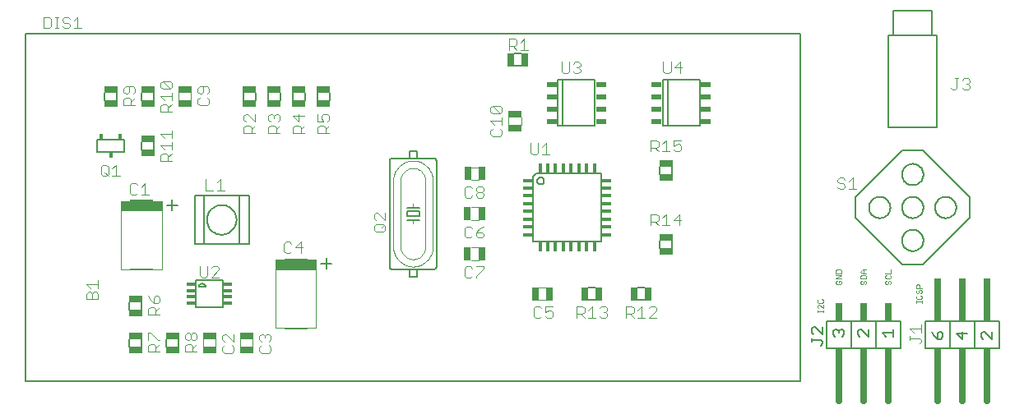
<source format=gto>
G75*
G70*
%OFA0B0*%
%FSLAX24Y24*%
%IPPOS*%
%LPD*%
%AMOC8*
5,1,8,0,0,1.08239X$1,22.5*
%
%ADD10C,0.0060*%
%ADD11C,0.0020*%
%ADD12C,0.0080*%
%ADD13C,0.0040*%
%ADD14R,0.0256X0.0551*%
%ADD15R,0.0551X0.0256*%
%ADD16R,0.0571X0.0295*%
%ADD17C,0.0050*%
%ADD18R,0.0945X0.0079*%
%ADD19R,0.1654X0.0433*%
%ADD20R,0.0380X0.0140*%
%ADD21R,0.0295X0.0571*%
%ADD22R,0.0260X0.0300*%
%ADD23C,0.0260*%
%ADD24R,0.0260X0.0260*%
%ADD25R,0.0260X0.0320*%
%ADD26R,0.0260X0.0680*%
%ADD27R,0.0260X0.0460*%
%ADD28R,0.0260X0.0470*%
%ADD29R,0.0180X0.0230*%
%ADD30R,0.0390X0.0180*%
%ADD31R,0.0180X0.0390*%
%ADD32R,0.0433X0.0193*%
D10*
X005431Y002520D02*
X005431Y002843D01*
X005931Y002843D02*
X005931Y002520D01*
X006931Y002520D02*
X006931Y002843D01*
X007431Y002843D02*
X007431Y002520D01*
X005931Y004020D02*
X005931Y004343D01*
X005431Y004343D02*
X005431Y004020D01*
X013211Y005907D02*
X013638Y005907D01*
X013425Y006120D02*
X013425Y005693D01*
X015981Y005781D02*
X015981Y010081D01*
X015983Y010098D01*
X015987Y010115D01*
X015994Y010131D01*
X016004Y010145D01*
X016017Y010158D01*
X016031Y010168D01*
X016047Y010175D01*
X016064Y010179D01*
X016081Y010181D01*
X016481Y010181D01*
X017381Y010181D01*
X017781Y010181D01*
X017798Y010179D01*
X017815Y010175D01*
X017831Y010168D01*
X017845Y010158D01*
X017858Y010145D01*
X017868Y010131D01*
X017875Y010115D01*
X017879Y010098D01*
X017881Y010081D01*
X017881Y005781D01*
X017879Y005764D01*
X017875Y005747D01*
X017868Y005731D01*
X017858Y005717D01*
X017845Y005704D01*
X017831Y005694D01*
X017815Y005687D01*
X017798Y005683D01*
X017781Y005681D01*
X017381Y005681D01*
X017081Y005681D01*
X017081Y005381D01*
X016781Y005381D01*
X016781Y005681D01*
X016481Y005681D01*
X016081Y005681D01*
X016064Y005683D01*
X016047Y005687D01*
X016031Y005694D01*
X016017Y005704D01*
X016004Y005717D01*
X015994Y005731D01*
X015987Y005747D01*
X015983Y005764D01*
X015981Y005781D01*
X016781Y005681D02*
X017081Y005681D01*
X017181Y007681D02*
X016931Y007681D01*
X016681Y007681D01*
X016681Y007831D02*
X016681Y008031D01*
X017181Y008031D01*
X017181Y007831D01*
X016681Y007831D01*
X016681Y008181D02*
X016931Y008181D01*
X017181Y008181D01*
X021801Y009422D02*
X021801Y006801D01*
X024561Y006801D01*
X024561Y009561D01*
X021941Y009561D01*
X021801Y009422D01*
X021960Y009261D02*
X021962Y009284D01*
X021968Y009307D01*
X021977Y009328D01*
X021990Y009348D01*
X022006Y009365D01*
X022024Y009379D01*
X022044Y009390D01*
X022066Y009398D01*
X022089Y009402D01*
X022113Y009402D01*
X022136Y009398D01*
X022158Y009390D01*
X022178Y009379D01*
X022196Y009365D01*
X022212Y009348D01*
X022225Y009328D01*
X022234Y009307D01*
X022240Y009284D01*
X022242Y009261D01*
X022240Y009238D01*
X022234Y009215D01*
X022225Y009194D01*
X022212Y009174D01*
X022196Y009157D01*
X022178Y009143D01*
X022158Y009132D01*
X022136Y009124D01*
X022113Y009120D01*
X022089Y009120D01*
X022066Y009124D01*
X022044Y009132D01*
X022024Y009143D01*
X022006Y009157D01*
X021990Y009174D01*
X021977Y009194D01*
X021968Y009215D01*
X021962Y009238D01*
X021960Y009261D01*
X017081Y010181D02*
X017081Y010481D01*
X016781Y010481D01*
X016781Y010181D01*
X013556Y012520D02*
X013556Y012843D01*
X013056Y012843D02*
X013056Y012520D01*
X012556Y012520D02*
X012556Y012843D01*
X012056Y012843D02*
X012056Y012520D01*
X011556Y012520D02*
X011556Y012843D01*
X011056Y012843D02*
X011056Y012520D01*
X010556Y012520D02*
X010556Y012843D01*
X010056Y012843D02*
X010056Y012520D01*
X006431Y012520D02*
X006431Y012843D01*
X005931Y012843D02*
X005931Y012520D01*
X004931Y012520D02*
X004931Y012843D01*
X004431Y012843D02*
X004431Y012520D01*
X005931Y010843D02*
X005931Y010520D01*
X006431Y010520D02*
X006431Y010843D01*
X007175Y008495D02*
X007175Y008068D01*
X007388Y008282D02*
X006961Y008282D01*
X021020Y013931D02*
X021343Y013931D01*
X021343Y014431D02*
X021020Y014431D01*
X026931Y009843D02*
X026931Y009520D01*
X027431Y009520D02*
X027431Y009843D01*
X027431Y006843D02*
X027431Y006520D01*
X026931Y006520D02*
X026931Y006843D01*
X026343Y004931D02*
X026020Y004931D01*
X026020Y004431D02*
X026343Y004431D01*
X024343Y004431D02*
X024020Y004431D01*
X024020Y004931D02*
X024343Y004931D01*
X033681Y003581D02*
X033681Y002481D01*
X034681Y002481D01*
X035681Y002481D01*
X036681Y002481D01*
X036681Y003581D01*
X035681Y003581D01*
X034681Y003581D01*
X034681Y002481D01*
X035681Y002481D02*
X035681Y003581D01*
X034681Y003581D02*
X033681Y003581D01*
X037681Y003581D02*
X037681Y002481D01*
X038681Y002481D01*
X039681Y002481D01*
X040681Y002481D01*
X040681Y003581D01*
X039681Y003581D01*
X038681Y003581D01*
X038681Y002481D01*
X039681Y002481D02*
X039681Y003581D01*
X038681Y003581D02*
X037681Y003581D01*
D11*
X037546Y004316D02*
X037546Y004390D01*
X037546Y004353D02*
X037326Y004353D01*
X037326Y004316D02*
X037326Y004390D01*
X037363Y004464D02*
X037510Y004464D01*
X037546Y004500D01*
X037546Y004574D01*
X037510Y004611D01*
X037510Y004685D02*
X037546Y004721D01*
X037546Y004795D01*
X037510Y004831D01*
X037473Y004831D01*
X037436Y004795D01*
X037436Y004721D01*
X037400Y004685D01*
X037363Y004685D01*
X037326Y004721D01*
X037326Y004795D01*
X037363Y004831D01*
X037326Y004906D02*
X037326Y005016D01*
X037363Y005052D01*
X037436Y005052D01*
X037473Y005016D01*
X037473Y004906D01*
X037546Y004906D02*
X037326Y004906D01*
X037363Y004611D02*
X037326Y004574D01*
X037326Y004500D01*
X037363Y004464D01*
X036296Y005103D02*
X036260Y005066D01*
X036296Y005103D02*
X036296Y005176D01*
X036260Y005213D01*
X036223Y005213D01*
X036186Y005176D01*
X036186Y005103D01*
X036150Y005066D01*
X036113Y005066D01*
X036076Y005103D01*
X036076Y005176D01*
X036113Y005213D01*
X036113Y005287D02*
X036260Y005287D01*
X036296Y005324D01*
X036296Y005397D01*
X036260Y005434D01*
X036296Y005508D02*
X036296Y005655D01*
X036296Y005508D02*
X036076Y005508D01*
X036113Y005434D02*
X036076Y005397D01*
X036076Y005324D01*
X036113Y005287D01*
X035296Y005287D02*
X035296Y005397D01*
X035260Y005434D01*
X035113Y005434D01*
X035076Y005397D01*
X035076Y005287D01*
X035296Y005287D01*
X035260Y005213D02*
X035296Y005176D01*
X035296Y005103D01*
X035260Y005066D01*
X035186Y005103D02*
X035186Y005176D01*
X035223Y005213D01*
X035260Y005213D01*
X035186Y005103D02*
X035150Y005066D01*
X035113Y005066D01*
X035076Y005103D01*
X035076Y005176D01*
X035113Y005213D01*
X035150Y005508D02*
X035076Y005582D01*
X035150Y005655D01*
X035296Y005655D01*
X035186Y005655D02*
X035186Y005508D01*
X035150Y005508D02*
X035296Y005508D01*
X034296Y005508D02*
X034296Y005618D01*
X034260Y005655D01*
X034113Y005655D01*
X034076Y005618D01*
X034076Y005508D01*
X034296Y005508D01*
X034296Y005434D02*
X034076Y005434D01*
X034076Y005287D02*
X034296Y005434D01*
X034296Y005287D02*
X034076Y005287D01*
X034113Y005213D02*
X034076Y005176D01*
X034076Y005103D01*
X034113Y005066D01*
X034260Y005066D01*
X034296Y005103D01*
X034296Y005176D01*
X034260Y005213D01*
X034186Y005213D01*
X034186Y005140D01*
X033510Y004456D02*
X033546Y004420D01*
X033546Y004346D01*
X033510Y004310D01*
X033363Y004310D01*
X033326Y004346D01*
X033326Y004420D01*
X033363Y004456D01*
X033363Y004236D02*
X033326Y004199D01*
X033326Y004125D01*
X033363Y004089D01*
X033326Y004015D02*
X033326Y003941D01*
X033326Y003978D02*
X033546Y003978D01*
X033546Y003941D02*
X033546Y004015D01*
X033546Y004089D02*
X033400Y004236D01*
X033363Y004236D01*
X033546Y004236D02*
X033546Y004089D01*
X017731Y006581D02*
X017731Y009281D01*
X017431Y009281D02*
X017431Y006581D01*
X017381Y005920D02*
X017333Y005890D01*
X017284Y005863D01*
X017233Y005840D01*
X017180Y005821D01*
X017126Y005805D01*
X017071Y005793D01*
X017015Y005785D01*
X016959Y005781D01*
X016903Y005781D01*
X016847Y005785D01*
X016791Y005793D01*
X016736Y005805D01*
X016682Y005821D01*
X016629Y005840D01*
X016578Y005863D01*
X016529Y005890D01*
X016481Y005920D01*
X016431Y006581D02*
X016431Y009281D01*
X016131Y009281D02*
X016131Y006581D01*
X016431Y006581D02*
X016432Y006543D01*
X016437Y006506D01*
X016444Y006469D01*
X016453Y006433D01*
X016466Y006397D01*
X016481Y006363D01*
X017381Y006363D02*
X017396Y006397D01*
X017409Y006433D01*
X017418Y006469D01*
X017425Y006506D01*
X017430Y006543D01*
X017431Y006581D01*
X017381Y006363D02*
X017361Y006325D01*
X017337Y006289D01*
X017310Y006255D01*
X017281Y006224D01*
X017249Y006195D01*
X017215Y006169D01*
X017178Y006146D01*
X017140Y006127D01*
X017100Y006110D01*
X017059Y006098D01*
X017017Y006088D01*
X016974Y006083D01*
X016931Y006081D01*
X016888Y006083D01*
X016845Y006088D01*
X016803Y006098D01*
X016762Y006110D01*
X016722Y006127D01*
X016684Y006146D01*
X016647Y006169D01*
X016613Y006195D01*
X016581Y006224D01*
X016552Y006255D01*
X016525Y006289D01*
X016501Y006325D01*
X016481Y006363D01*
X017381Y005920D02*
X017426Y005952D01*
X017468Y005988D01*
X017508Y006027D01*
X017545Y006069D01*
X017579Y006112D01*
X017610Y006159D01*
X017638Y006207D01*
X017662Y006257D01*
X017683Y006308D01*
X017700Y006361D01*
X017714Y006415D01*
X017723Y006470D01*
X017729Y006525D01*
X017731Y006581D01*
X016481Y005920D02*
X016436Y005952D01*
X016394Y005988D01*
X016354Y006027D01*
X016317Y006068D01*
X016283Y006112D01*
X016252Y006159D01*
X016224Y006207D01*
X016200Y006257D01*
X016179Y006308D01*
X016162Y006361D01*
X016148Y006415D01*
X016139Y006470D01*
X016133Y006525D01*
X016131Y006581D01*
X016931Y007531D02*
X016931Y007681D01*
X016931Y008181D02*
X016931Y008331D01*
X017731Y009281D02*
X017729Y009337D01*
X017723Y009392D01*
X017714Y009447D01*
X017700Y009501D01*
X017683Y009554D01*
X017662Y009605D01*
X017638Y009655D01*
X017610Y009703D01*
X017579Y009750D01*
X017545Y009794D01*
X017508Y009835D01*
X017468Y009874D01*
X017426Y009910D01*
X017381Y009942D01*
X017333Y009972D01*
X017284Y009999D01*
X017233Y010022D01*
X017180Y010041D01*
X017126Y010057D01*
X017071Y010069D01*
X017015Y010077D01*
X016959Y010081D01*
X016903Y010081D01*
X016847Y010077D01*
X016791Y010069D01*
X016736Y010057D01*
X016682Y010041D01*
X016629Y010022D01*
X016578Y009999D01*
X016529Y009972D01*
X016481Y009942D01*
X016481Y009499D02*
X016501Y009537D01*
X016525Y009573D01*
X016552Y009607D01*
X016581Y009638D01*
X016613Y009667D01*
X016647Y009693D01*
X016684Y009716D01*
X016722Y009735D01*
X016762Y009752D01*
X016803Y009764D01*
X016845Y009774D01*
X016888Y009779D01*
X016931Y009781D01*
X016974Y009779D01*
X017017Y009774D01*
X017059Y009764D01*
X017100Y009752D01*
X017140Y009735D01*
X017178Y009716D01*
X017215Y009693D01*
X017249Y009667D01*
X017281Y009638D01*
X017310Y009607D01*
X017337Y009573D01*
X017361Y009537D01*
X017381Y009499D01*
X016481Y009499D02*
X016466Y009465D01*
X016453Y009429D01*
X016444Y009393D01*
X016437Y009356D01*
X016432Y009319D01*
X016431Y009281D01*
X017381Y009499D02*
X017396Y009465D01*
X017409Y009429D01*
X017418Y009393D01*
X017425Y009356D01*
X017430Y009319D01*
X017431Y009281D01*
X016481Y009942D02*
X016436Y009910D01*
X016394Y009874D01*
X016354Y009835D01*
X016317Y009793D01*
X016283Y009750D01*
X016252Y009703D01*
X016224Y009655D01*
X016200Y009605D01*
X016179Y009554D01*
X016162Y009501D01*
X016148Y009447D01*
X016139Y009392D01*
X016133Y009337D01*
X016131Y009281D01*
D12*
X001223Y015229D02*
X001223Y001134D01*
X032640Y001134D01*
X032640Y015229D01*
X001223Y015229D01*
X022808Y013376D02*
X022808Y011487D01*
X023005Y011487D01*
X023005Y013376D01*
X024304Y013376D01*
X024304Y011487D01*
X023005Y011487D01*
X027058Y011487D02*
X027058Y013376D01*
X027255Y013376D01*
X027255Y011487D01*
X027058Y011487D01*
X027255Y011487D02*
X028554Y011487D01*
X028554Y013376D01*
X027255Y013376D01*
X023005Y013376D02*
X022808Y013376D01*
X009233Y005233D02*
X008130Y005233D01*
X008130Y004130D01*
X009233Y004130D01*
X009233Y005233D01*
X008524Y004957D02*
X008248Y004957D01*
X008250Y004980D01*
X008255Y005002D01*
X008265Y005023D01*
X008277Y005042D01*
X008293Y005059D01*
X008311Y005073D01*
X008331Y005083D01*
X008352Y005091D01*
X008375Y005095D01*
X008397Y005095D01*
X008420Y005091D01*
X008441Y005083D01*
X008461Y005073D01*
X008479Y005059D01*
X008495Y005042D01*
X008507Y005023D01*
X008517Y005002D01*
X008522Y004980D01*
X008524Y004957D01*
D13*
X008532Y005346D02*
X008608Y005422D01*
X008608Y005806D01*
X008762Y005729D02*
X008838Y005806D01*
X008992Y005806D01*
X009069Y005729D01*
X009069Y005652D01*
X008762Y005346D01*
X009069Y005346D01*
X008532Y005346D02*
X008378Y005346D01*
X008301Y005422D01*
X008301Y005806D01*
X006758Y005678D02*
X005105Y005678D01*
X005105Y008434D01*
X006758Y008434D01*
X006758Y005678D01*
X006585Y004594D02*
X006508Y004594D01*
X006431Y004517D01*
X006431Y004287D01*
X006585Y004287D01*
X006661Y004363D01*
X006661Y004517D01*
X006585Y004594D01*
X006278Y004440D02*
X006431Y004287D01*
X006431Y004133D02*
X006278Y004133D01*
X006201Y004057D01*
X006201Y003826D01*
X006661Y003826D01*
X006508Y003826D02*
X006508Y004057D01*
X006431Y004133D01*
X006508Y003980D02*
X006661Y004133D01*
X006278Y004440D02*
X006201Y004594D01*
X004161Y004682D02*
X004161Y004451D01*
X003701Y004451D01*
X003701Y004682D01*
X003778Y004758D01*
X003855Y004758D01*
X003931Y004682D01*
X003931Y004451D01*
X003931Y004682D02*
X004008Y004758D01*
X004085Y004758D01*
X004161Y004682D01*
X004161Y004912D02*
X004161Y005219D01*
X004161Y005065D02*
X003701Y005065D01*
X003855Y004912D01*
X006201Y003094D02*
X006278Y003094D01*
X006585Y002787D01*
X006661Y002787D01*
X006661Y002633D02*
X006508Y002480D01*
X006508Y002557D02*
X006508Y002326D01*
X006661Y002326D02*
X006201Y002326D01*
X006201Y002557D01*
X006278Y002633D01*
X006431Y002633D01*
X006508Y002557D01*
X006201Y002787D02*
X006201Y003094D01*
X007701Y003017D02*
X007701Y002863D01*
X007778Y002787D01*
X007855Y002787D01*
X007931Y002863D01*
X007931Y003017D01*
X008008Y003094D01*
X008085Y003094D01*
X008161Y003017D01*
X008161Y002863D01*
X008085Y002787D01*
X008008Y002787D01*
X007931Y002863D01*
X007931Y003017D02*
X007855Y003094D01*
X007778Y003094D01*
X007701Y003017D01*
X007778Y002633D02*
X007931Y002633D01*
X008008Y002557D01*
X008008Y002326D01*
X008161Y002326D02*
X007701Y002326D01*
X007701Y002557D01*
X007778Y002633D01*
X008008Y002480D02*
X008161Y002633D01*
X008422Y002531D02*
X008422Y002822D01*
X008941Y002831D02*
X008941Y002531D01*
X009201Y002511D02*
X009201Y002357D01*
X009278Y002281D01*
X009585Y002281D01*
X009661Y002357D01*
X009661Y002511D01*
X009585Y002588D01*
X009661Y002741D02*
X009355Y003048D01*
X009278Y003048D01*
X009201Y002971D01*
X009201Y002818D01*
X009278Y002741D01*
X009278Y002588D02*
X009201Y002511D01*
X009661Y002741D02*
X009661Y003048D01*
X009922Y002822D02*
X009922Y002531D01*
X010441Y002531D02*
X010441Y002831D01*
X010701Y002818D02*
X010778Y002741D01*
X010701Y002818D02*
X010701Y002971D01*
X010778Y003048D01*
X010855Y003048D01*
X010931Y002971D01*
X011008Y003048D01*
X011085Y003048D01*
X011161Y002971D01*
X011161Y002818D01*
X011085Y002741D01*
X011085Y002588D02*
X011161Y002511D01*
X011161Y002357D01*
X011085Y002281D01*
X010778Y002281D01*
X010701Y002357D01*
X010701Y002511D01*
X010778Y002588D01*
X010931Y002894D02*
X010931Y002971D01*
X011355Y003303D02*
X011355Y006059D01*
X013008Y006059D01*
X013008Y003303D01*
X011355Y003303D01*
X011778Y006326D02*
X011932Y006326D01*
X012008Y006403D01*
X012162Y006557D02*
X012469Y006557D01*
X012392Y006787D02*
X012162Y006557D01*
X012008Y006710D02*
X011932Y006787D01*
X011778Y006787D01*
X011701Y006710D01*
X011701Y006403D01*
X011778Y006326D01*
X012392Y006326D02*
X012392Y006787D01*
X015351Y007278D02*
X015351Y007432D01*
X015428Y007508D01*
X015735Y007508D01*
X015811Y007432D01*
X015811Y007278D01*
X015735Y007201D01*
X015428Y007201D01*
X015351Y007278D01*
X015658Y007355D02*
X015811Y007508D01*
X015811Y007662D02*
X015505Y007969D01*
X015428Y007969D01*
X015351Y007892D01*
X015351Y007738D01*
X015428Y007662D01*
X015811Y007662D02*
X015811Y007969D01*
X019031Y007335D02*
X019031Y007028D01*
X019107Y006951D01*
X019261Y006951D01*
X019338Y007028D01*
X019491Y007028D02*
X019568Y006951D01*
X019721Y006951D01*
X019798Y007028D01*
X019798Y007105D01*
X019721Y007182D01*
X019491Y007182D01*
X019491Y007028D01*
X019491Y007182D02*
X019644Y007335D01*
X019798Y007412D01*
X019581Y007672D02*
X019281Y007672D01*
X019261Y007412D02*
X019107Y007412D01*
X019031Y007335D01*
X019261Y007412D02*
X019338Y007335D01*
X019281Y006566D02*
X019572Y006566D01*
X019581Y006047D02*
X019281Y006047D01*
X019261Y005787D02*
X019107Y005787D01*
X019031Y005710D01*
X019031Y005403D01*
X019107Y005326D01*
X019261Y005326D01*
X019338Y005403D01*
X019491Y005403D02*
X019491Y005326D01*
X019491Y005403D02*
X019798Y005710D01*
X019798Y005787D01*
X019491Y005787D01*
X019338Y005710D02*
X019261Y005787D01*
X022031Y004941D02*
X022322Y004941D01*
X022331Y004422D02*
X022031Y004422D01*
X022057Y004162D02*
X021903Y004162D01*
X021826Y004085D01*
X021826Y003778D01*
X021903Y003701D01*
X022057Y003701D01*
X022133Y003778D01*
X022287Y003778D02*
X022363Y003701D01*
X022517Y003701D01*
X022594Y003778D01*
X022594Y003932D01*
X022517Y004008D01*
X022440Y004008D01*
X022287Y003932D01*
X022287Y004162D01*
X022594Y004162D01*
X022133Y004085D02*
X022057Y004162D01*
X023576Y004162D02*
X023576Y003701D01*
X023576Y003855D02*
X023807Y003855D01*
X023883Y003932D01*
X023883Y004085D01*
X023807Y004162D01*
X023576Y004162D01*
X024037Y004008D02*
X024190Y004162D01*
X024190Y003701D01*
X024037Y003701D02*
X024344Y003701D01*
X024497Y003778D02*
X024574Y003701D01*
X024727Y003701D01*
X024804Y003778D01*
X024804Y003855D01*
X024727Y003932D01*
X024651Y003932D01*
X024727Y003932D02*
X024804Y004008D01*
X024804Y004085D01*
X024727Y004162D01*
X024574Y004162D01*
X024497Y004085D01*
X023883Y003701D02*
X023730Y003855D01*
X025576Y003855D02*
X025807Y003855D01*
X025883Y003932D01*
X025883Y004085D01*
X025807Y004162D01*
X025576Y004162D01*
X025576Y003701D01*
X025730Y003855D02*
X025883Y003701D01*
X026037Y003701D02*
X026344Y003701D01*
X026497Y003701D02*
X026804Y004008D01*
X026804Y004085D01*
X026727Y004162D01*
X026574Y004162D01*
X026497Y004085D01*
X026190Y004162D02*
X026190Y003701D01*
X026497Y003701D02*
X026804Y003701D01*
X026190Y004162D02*
X026037Y004008D01*
X026576Y007451D02*
X026576Y007912D01*
X026807Y007912D01*
X026883Y007835D01*
X026883Y007682D01*
X026807Y007605D01*
X026576Y007605D01*
X026730Y007605D02*
X026883Y007451D01*
X027037Y007451D02*
X027344Y007451D01*
X027190Y007451D02*
X027190Y007912D01*
X027037Y007758D01*
X027497Y007682D02*
X027804Y007682D01*
X027727Y007912D02*
X027727Y007451D01*
X027497Y007682D02*
X027727Y007912D01*
X027727Y010451D02*
X027574Y010451D01*
X027497Y010528D01*
X027497Y010682D02*
X027651Y010758D01*
X027727Y010758D01*
X027804Y010682D01*
X027804Y010528D01*
X027727Y010451D01*
X027344Y010451D02*
X027037Y010451D01*
X027190Y010451D02*
X027190Y010912D01*
X027037Y010758D01*
X026883Y010682D02*
X026807Y010605D01*
X026576Y010605D01*
X026576Y010451D02*
X026576Y010912D01*
X026807Y010912D01*
X026883Y010835D01*
X026883Y010682D01*
X026730Y010605D02*
X026883Y010451D01*
X027497Y010682D02*
X027497Y010912D01*
X027804Y010912D01*
X022469Y010326D02*
X022162Y010326D01*
X022315Y010326D02*
X022315Y010787D01*
X022162Y010633D01*
X022008Y010787D02*
X022008Y010403D01*
X021932Y010326D01*
X021778Y010326D01*
X021701Y010403D01*
X021701Y010787D01*
X020536Y011153D02*
X020536Y011307D01*
X020460Y011383D01*
X020536Y011537D02*
X020536Y011844D01*
X020536Y011690D02*
X020076Y011690D01*
X020230Y011537D01*
X020153Y011383D02*
X020076Y011307D01*
X020076Y011153D01*
X020153Y011076D01*
X020460Y011076D01*
X020536Y011153D01*
X020797Y011531D02*
X020797Y011822D01*
X020536Y012074D02*
X020460Y011997D01*
X020153Y012304D01*
X020460Y012304D01*
X020536Y012227D01*
X020536Y012074D01*
X020460Y011997D02*
X020153Y011997D01*
X020076Y012074D01*
X020076Y012227D01*
X020153Y012304D01*
X021316Y011831D02*
X021316Y011531D01*
X019581Y009816D02*
X019281Y009816D01*
X019291Y009297D02*
X019581Y009297D01*
X019568Y009037D02*
X019721Y009037D01*
X019798Y008960D01*
X019798Y008883D01*
X019721Y008807D01*
X019568Y008807D01*
X019491Y008883D01*
X019491Y008960D01*
X019568Y009037D01*
X019338Y008960D02*
X019261Y009037D01*
X019107Y009037D01*
X019031Y008960D01*
X019031Y008653D01*
X019107Y008576D01*
X019261Y008576D01*
X019338Y008653D01*
X019491Y008653D02*
X019491Y008730D01*
X019568Y008807D01*
X019721Y008807D02*
X019798Y008730D01*
X019798Y008653D01*
X019721Y008576D01*
X019568Y008576D01*
X019491Y008653D01*
X019572Y008191D02*
X019281Y008191D01*
X013536Y011201D02*
X013076Y011201D01*
X013076Y011432D01*
X013153Y011508D01*
X013306Y011508D01*
X013383Y011432D01*
X013383Y011201D01*
X013383Y011355D02*
X013536Y011508D01*
X013460Y011662D02*
X013536Y011738D01*
X013536Y011892D01*
X013460Y011969D01*
X013306Y011969D01*
X013230Y011892D01*
X013230Y011815D01*
X013306Y011662D01*
X013076Y011662D01*
X013076Y011969D01*
X012536Y011892D02*
X012076Y011892D01*
X012306Y011662D01*
X012306Y011969D01*
X011536Y011892D02*
X011536Y011738D01*
X011460Y011662D01*
X011536Y011508D02*
X011383Y011355D01*
X011383Y011432D02*
X011383Y011201D01*
X011536Y011201D02*
X011076Y011201D01*
X011076Y011432D01*
X011153Y011508D01*
X011306Y011508D01*
X011383Y011432D01*
X012076Y011432D02*
X012076Y011201D01*
X012536Y011201D01*
X012383Y011201D02*
X012383Y011432D01*
X012306Y011508D01*
X012153Y011508D01*
X012076Y011432D01*
X012383Y011355D02*
X012536Y011508D01*
X011536Y011892D02*
X011460Y011969D01*
X011383Y011969D01*
X011306Y011892D01*
X011306Y011815D01*
X011306Y011892D02*
X011230Y011969D01*
X011153Y011969D01*
X011076Y011892D01*
X011076Y011738D01*
X011153Y011662D01*
X010536Y011662D02*
X010230Y011969D01*
X010153Y011969D01*
X010076Y011892D01*
X010076Y011738D01*
X010153Y011662D01*
X010153Y011508D02*
X010306Y011508D01*
X010383Y011432D01*
X010383Y011201D01*
X010536Y011201D02*
X010076Y011201D01*
X010076Y011432D01*
X010153Y011508D01*
X010383Y011355D02*
X010536Y011508D01*
X010536Y011662D02*
X010536Y011969D01*
X008661Y012403D02*
X008661Y012557D01*
X008585Y012633D01*
X008585Y012787D02*
X008661Y012863D01*
X008661Y013017D01*
X008585Y013094D01*
X008278Y013094D01*
X008201Y013017D01*
X008201Y012863D01*
X008278Y012787D01*
X008355Y012787D01*
X008431Y012863D01*
X008431Y013094D01*
X007941Y012831D02*
X007941Y012531D01*
X008201Y012557D02*
X008201Y012403D01*
X008278Y012326D01*
X008585Y012326D01*
X008661Y012403D01*
X008278Y012633D02*
X008201Y012557D01*
X007422Y012531D02*
X007422Y012822D01*
X007161Y012844D02*
X007161Y012537D01*
X007161Y012690D02*
X006701Y012690D01*
X006855Y012537D01*
X006931Y012383D02*
X007008Y012307D01*
X007008Y012076D01*
X007161Y012076D02*
X006701Y012076D01*
X006701Y012307D01*
X006778Y012383D01*
X006931Y012383D01*
X007008Y012230D02*
X007161Y012383D01*
X007085Y012997D02*
X006778Y013304D01*
X007085Y013304D01*
X007161Y013227D01*
X007161Y013074D01*
X007085Y012997D01*
X006778Y012997D01*
X006701Y013074D01*
X006701Y013227D01*
X006778Y013304D01*
X005661Y013017D02*
X005661Y012863D01*
X005585Y012787D01*
X005661Y012633D02*
X005508Y012480D01*
X005508Y012557D02*
X005508Y012326D01*
X005661Y012326D02*
X005201Y012326D01*
X005201Y012557D01*
X005278Y012633D01*
X005431Y012633D01*
X005508Y012557D01*
X005355Y012787D02*
X005431Y012863D01*
X005431Y013094D01*
X005278Y013094D02*
X005201Y013017D01*
X005201Y012863D01*
X005278Y012787D01*
X005355Y012787D01*
X005661Y013017D02*
X005585Y013094D01*
X005278Y013094D01*
X007161Y011304D02*
X007161Y010997D01*
X007161Y010844D02*
X007161Y010537D01*
X007161Y010690D02*
X006701Y010690D01*
X006855Y010537D01*
X006931Y010383D02*
X007008Y010307D01*
X007008Y010076D01*
X007161Y010076D02*
X006701Y010076D01*
X006701Y010307D01*
X006778Y010383D01*
X006931Y010383D01*
X007008Y010230D02*
X007161Y010383D01*
X006855Y010997D02*
X006701Y011151D01*
X007161Y011151D01*
X004894Y009912D02*
X004894Y009451D01*
X004741Y009451D02*
X005048Y009451D01*
X004741Y009758D02*
X004894Y009912D01*
X004588Y009835D02*
X004588Y009528D01*
X004511Y009451D01*
X004357Y009451D01*
X004281Y009528D01*
X004281Y009835D01*
X004357Y009912D01*
X004511Y009912D01*
X004588Y009835D01*
X004434Y009605D02*
X004588Y009451D01*
X005451Y009085D02*
X005451Y008778D01*
X005528Y008701D01*
X005682Y008701D01*
X005758Y008778D01*
X005912Y008701D02*
X006219Y008701D01*
X006065Y008701D02*
X006065Y009162D01*
X005912Y009008D01*
X005758Y009085D02*
X005682Y009162D01*
X005528Y009162D01*
X005451Y009085D01*
X008520Y008883D02*
X008827Y008883D01*
X008981Y008883D02*
X009288Y008883D01*
X009134Y008883D02*
X009134Y009343D01*
X008981Y009189D01*
X008520Y009343D02*
X008520Y008883D01*
X022951Y013703D02*
X023028Y013626D01*
X023182Y013626D01*
X023258Y013703D01*
X023258Y014087D01*
X023412Y014010D02*
X023488Y014087D01*
X023642Y014087D01*
X023719Y014010D01*
X023719Y013933D01*
X023642Y013857D01*
X023719Y013780D01*
X023719Y013703D01*
X023642Y013626D01*
X023488Y013626D01*
X023412Y013703D01*
X023565Y013857D02*
X023642Y013857D01*
X022951Y013703D02*
X022951Y014087D01*
X021594Y014576D02*
X021287Y014576D01*
X021440Y014576D02*
X021440Y015037D01*
X021287Y014883D01*
X021133Y014807D02*
X021057Y014730D01*
X020826Y014730D01*
X020826Y014576D02*
X020826Y015037D01*
X021057Y015037D01*
X021133Y014960D01*
X021133Y014807D01*
X020980Y014730D02*
X021133Y014576D01*
X027076Y014087D02*
X027076Y013703D01*
X027153Y013626D01*
X027307Y013626D01*
X027383Y013703D01*
X027383Y014087D01*
X027537Y013857D02*
X027767Y014087D01*
X027767Y013626D01*
X027844Y013857D02*
X027537Y013857D01*
X034137Y009310D02*
X034214Y009387D01*
X034367Y009387D01*
X034444Y009310D01*
X034597Y009233D02*
X034751Y009387D01*
X034751Y008926D01*
X034904Y008926D02*
X034597Y008926D01*
X034444Y009003D02*
X034367Y008926D01*
X034214Y008926D01*
X034137Y009003D01*
X034214Y009156D02*
X034367Y009156D01*
X034444Y009080D01*
X034444Y009003D01*
X034214Y009156D02*
X034137Y009233D01*
X034137Y009310D01*
X038731Y013040D02*
X038808Y012963D01*
X038884Y012963D01*
X038961Y013040D01*
X038961Y013424D01*
X038884Y013424D02*
X039038Y013424D01*
X039191Y013347D02*
X039268Y013424D01*
X039421Y013424D01*
X039498Y013347D01*
X039498Y013270D01*
X039421Y013193D01*
X039498Y013117D01*
X039498Y013040D01*
X039421Y012963D01*
X039268Y012963D01*
X039191Y013040D01*
X039345Y013193D02*
X039421Y013193D01*
X037536Y003419D02*
X037536Y003112D01*
X037536Y003265D02*
X037076Y003265D01*
X037230Y003112D01*
X037076Y002958D02*
X037076Y002805D01*
X037076Y002882D02*
X037460Y002882D01*
X037536Y002805D01*
X037536Y002728D01*
X037460Y002651D01*
X003486Y015451D02*
X003179Y015451D01*
X003332Y015451D02*
X003332Y015912D01*
X003179Y015758D01*
X003026Y015835D02*
X002949Y015912D01*
X002795Y015912D01*
X002719Y015835D01*
X002719Y015758D01*
X002795Y015682D01*
X002949Y015682D01*
X003026Y015605D01*
X003026Y015528D01*
X002949Y015451D01*
X002795Y015451D01*
X002719Y015528D01*
X002565Y015451D02*
X002412Y015451D01*
X002488Y015451D02*
X002488Y015912D01*
X002412Y015912D02*
X002565Y015912D01*
X002258Y015835D02*
X002182Y015912D01*
X001951Y015912D01*
X001951Y015451D01*
X002182Y015451D01*
X002258Y015528D01*
X002258Y015835D01*
D14*
X020889Y014182D03*
X021469Y014182D03*
X023889Y004682D03*
X024469Y004682D03*
X025889Y004682D03*
X026469Y004682D03*
D15*
X027181Y006389D03*
X027181Y006969D03*
X027181Y009389D03*
X027181Y009969D03*
X013306Y012389D03*
X012306Y012389D03*
X011306Y012389D03*
X010306Y012389D03*
X010306Y012969D03*
X011306Y012969D03*
X012306Y012969D03*
X013306Y012969D03*
X006182Y012973D03*
X004682Y012973D03*
X004682Y012393D03*
X006182Y012393D03*
X006181Y010969D03*
X006181Y010389D03*
X005682Y004473D03*
X005682Y003893D03*
X005682Y002973D03*
X005682Y002393D03*
X007181Y002389D03*
X007181Y002969D03*
D16*
X008682Y002964D03*
X008682Y002394D03*
X010182Y002394D03*
X010182Y002964D03*
X021057Y011394D03*
X021057Y011964D03*
X007682Y012394D03*
X007682Y012964D03*
D17*
X005241Y010941D02*
X004121Y010941D01*
X004121Y010421D01*
X005241Y010421D01*
X005241Y010941D01*
X008079Y008666D02*
X008079Y006697D01*
X008459Y006697D01*
X008459Y008666D01*
X009904Y008666D01*
X009904Y006697D01*
X008459Y006697D01*
X009904Y006697D02*
X010284Y006697D01*
X010284Y008666D01*
X009904Y008666D01*
X008459Y008666D02*
X008079Y008666D01*
X008581Y007681D02*
X008583Y007730D01*
X008589Y007778D01*
X008599Y007826D01*
X008613Y007873D01*
X008630Y007919D01*
X008651Y007963D01*
X008676Y008005D01*
X008704Y008045D01*
X008736Y008083D01*
X008770Y008118D01*
X008807Y008150D01*
X008846Y008179D01*
X008888Y008205D01*
X008932Y008227D01*
X008977Y008245D01*
X009024Y008260D01*
X009071Y008271D01*
X009120Y008278D01*
X009169Y008281D01*
X009218Y008280D01*
X009266Y008275D01*
X009315Y008266D01*
X009362Y008253D01*
X009408Y008236D01*
X009452Y008216D01*
X009495Y008192D01*
X009536Y008165D01*
X009574Y008134D01*
X009610Y008101D01*
X009642Y008065D01*
X009672Y008026D01*
X009699Y007985D01*
X009722Y007941D01*
X009741Y007896D01*
X009757Y007850D01*
X009769Y007803D01*
X009777Y007754D01*
X009781Y007705D01*
X009781Y007657D01*
X009777Y007608D01*
X009769Y007559D01*
X009757Y007512D01*
X009741Y007466D01*
X009722Y007421D01*
X009699Y007377D01*
X009672Y007336D01*
X009642Y007297D01*
X009610Y007261D01*
X009574Y007228D01*
X009536Y007197D01*
X009495Y007170D01*
X009452Y007146D01*
X009408Y007126D01*
X009362Y007109D01*
X009315Y007096D01*
X009266Y007087D01*
X009218Y007082D01*
X009169Y007081D01*
X009120Y007084D01*
X009071Y007091D01*
X009024Y007102D01*
X008977Y007117D01*
X008932Y007135D01*
X008888Y007157D01*
X008846Y007183D01*
X008807Y007212D01*
X008770Y007244D01*
X008736Y007279D01*
X008704Y007317D01*
X008676Y007357D01*
X008651Y007399D01*
X008630Y007443D01*
X008613Y007489D01*
X008599Y007536D01*
X008589Y007584D01*
X008583Y007632D01*
X008581Y007681D01*
X033081Y003267D02*
X033081Y003117D01*
X033156Y003042D01*
X033081Y002882D02*
X033081Y002732D01*
X033081Y002807D02*
X033456Y002807D01*
X033531Y002732D01*
X033531Y002656D01*
X033456Y002581D01*
X033531Y003042D02*
X033231Y003342D01*
X033156Y003342D01*
X033081Y003267D01*
X033531Y003342D02*
X033531Y003042D01*
X033956Y003021D02*
X033956Y003171D01*
X034031Y003246D01*
X034106Y003246D01*
X034181Y003171D01*
X034256Y003246D01*
X034331Y003246D01*
X034406Y003171D01*
X034406Y003021D01*
X034331Y002946D01*
X034181Y003096D02*
X034181Y003171D01*
X034031Y002946D02*
X033956Y003021D01*
X034956Y003021D02*
X035031Y002946D01*
X034956Y003021D02*
X034956Y003171D01*
X035031Y003246D01*
X035106Y003246D01*
X035406Y002946D01*
X035406Y003246D01*
X035956Y003096D02*
X036406Y003096D01*
X036406Y002946D02*
X036406Y003246D01*
X036106Y002946D02*
X035956Y003096D01*
X037956Y003146D02*
X038031Y002996D01*
X038181Y002846D01*
X038181Y003071D01*
X038256Y003146D01*
X038331Y003146D01*
X038406Y003071D01*
X038406Y002921D01*
X038331Y002846D01*
X038181Y002846D01*
X038956Y003071D02*
X039181Y002846D01*
X039181Y003146D01*
X039406Y003071D02*
X038956Y003071D01*
X039956Y003071D02*
X039956Y002921D01*
X040031Y002846D01*
X039956Y003071D02*
X040031Y003146D01*
X040106Y003146D01*
X040406Y002846D01*
X040406Y003146D01*
X037606Y005876D02*
X036757Y005876D01*
X034876Y007757D01*
X034876Y008606D01*
X036757Y010487D01*
X037606Y010487D01*
X039487Y008606D01*
X039487Y007757D01*
X037606Y005876D01*
X036748Y006845D02*
X036750Y006886D01*
X036756Y006927D01*
X036766Y006967D01*
X036779Y007006D01*
X036796Y007043D01*
X036817Y007079D01*
X036841Y007113D01*
X036868Y007144D01*
X036897Y007172D01*
X036930Y007198D01*
X036964Y007220D01*
X037001Y007239D01*
X037039Y007254D01*
X037079Y007266D01*
X037119Y007274D01*
X037160Y007278D01*
X037202Y007278D01*
X037243Y007274D01*
X037283Y007266D01*
X037323Y007254D01*
X037361Y007239D01*
X037397Y007220D01*
X037432Y007198D01*
X037465Y007172D01*
X037494Y007144D01*
X037521Y007113D01*
X037545Y007079D01*
X037566Y007043D01*
X037583Y007006D01*
X037596Y006967D01*
X037606Y006927D01*
X037612Y006886D01*
X037614Y006845D01*
X037612Y006804D01*
X037606Y006763D01*
X037596Y006723D01*
X037583Y006684D01*
X037566Y006647D01*
X037545Y006611D01*
X037521Y006577D01*
X037494Y006546D01*
X037465Y006518D01*
X037432Y006492D01*
X037398Y006470D01*
X037361Y006451D01*
X037323Y006436D01*
X037283Y006424D01*
X037243Y006416D01*
X037202Y006412D01*
X037160Y006412D01*
X037119Y006416D01*
X037079Y006424D01*
X037039Y006436D01*
X037001Y006451D01*
X036965Y006470D01*
X036930Y006492D01*
X036897Y006518D01*
X036868Y006546D01*
X036841Y006577D01*
X036817Y006611D01*
X036796Y006647D01*
X036779Y006684D01*
X036766Y006723D01*
X036756Y006763D01*
X036750Y006804D01*
X036748Y006845D01*
X036748Y008181D02*
X036750Y008222D01*
X036756Y008263D01*
X036766Y008303D01*
X036779Y008342D01*
X036796Y008379D01*
X036817Y008415D01*
X036841Y008449D01*
X036868Y008480D01*
X036897Y008508D01*
X036930Y008534D01*
X036964Y008556D01*
X037001Y008575D01*
X037039Y008590D01*
X037079Y008602D01*
X037119Y008610D01*
X037160Y008614D01*
X037202Y008614D01*
X037243Y008610D01*
X037283Y008602D01*
X037323Y008590D01*
X037361Y008575D01*
X037397Y008556D01*
X037432Y008534D01*
X037465Y008508D01*
X037494Y008480D01*
X037521Y008449D01*
X037545Y008415D01*
X037566Y008379D01*
X037583Y008342D01*
X037596Y008303D01*
X037606Y008263D01*
X037612Y008222D01*
X037614Y008181D01*
X037612Y008140D01*
X037606Y008099D01*
X037596Y008059D01*
X037583Y008020D01*
X037566Y007983D01*
X037545Y007947D01*
X037521Y007913D01*
X037494Y007882D01*
X037465Y007854D01*
X037432Y007828D01*
X037398Y007806D01*
X037361Y007787D01*
X037323Y007772D01*
X037283Y007760D01*
X037243Y007752D01*
X037202Y007748D01*
X037160Y007748D01*
X037119Y007752D01*
X037079Y007760D01*
X037039Y007772D01*
X037001Y007787D01*
X036965Y007806D01*
X036930Y007828D01*
X036897Y007854D01*
X036868Y007882D01*
X036841Y007913D01*
X036817Y007947D01*
X036796Y007983D01*
X036779Y008020D01*
X036766Y008059D01*
X036756Y008099D01*
X036750Y008140D01*
X036748Y008181D01*
X035412Y008181D02*
X035414Y008222D01*
X035420Y008263D01*
X035430Y008303D01*
X035443Y008342D01*
X035460Y008379D01*
X035481Y008415D01*
X035505Y008449D01*
X035532Y008480D01*
X035561Y008508D01*
X035594Y008534D01*
X035628Y008556D01*
X035665Y008575D01*
X035703Y008590D01*
X035743Y008602D01*
X035783Y008610D01*
X035824Y008614D01*
X035866Y008614D01*
X035907Y008610D01*
X035947Y008602D01*
X035987Y008590D01*
X036025Y008575D01*
X036061Y008556D01*
X036096Y008534D01*
X036129Y008508D01*
X036158Y008480D01*
X036185Y008449D01*
X036209Y008415D01*
X036230Y008379D01*
X036247Y008342D01*
X036260Y008303D01*
X036270Y008263D01*
X036276Y008222D01*
X036278Y008181D01*
X036276Y008140D01*
X036270Y008099D01*
X036260Y008059D01*
X036247Y008020D01*
X036230Y007983D01*
X036209Y007947D01*
X036185Y007913D01*
X036158Y007882D01*
X036129Y007854D01*
X036096Y007828D01*
X036062Y007806D01*
X036025Y007787D01*
X035987Y007772D01*
X035947Y007760D01*
X035907Y007752D01*
X035866Y007748D01*
X035824Y007748D01*
X035783Y007752D01*
X035743Y007760D01*
X035703Y007772D01*
X035665Y007787D01*
X035629Y007806D01*
X035594Y007828D01*
X035561Y007854D01*
X035532Y007882D01*
X035505Y007913D01*
X035481Y007947D01*
X035460Y007983D01*
X035443Y008020D01*
X035430Y008059D01*
X035420Y008099D01*
X035414Y008140D01*
X035412Y008181D01*
X038085Y008181D02*
X038087Y008222D01*
X038093Y008263D01*
X038103Y008303D01*
X038116Y008342D01*
X038133Y008379D01*
X038154Y008415D01*
X038178Y008449D01*
X038205Y008480D01*
X038234Y008508D01*
X038267Y008534D01*
X038301Y008556D01*
X038338Y008575D01*
X038376Y008590D01*
X038416Y008602D01*
X038456Y008610D01*
X038497Y008614D01*
X038539Y008614D01*
X038580Y008610D01*
X038620Y008602D01*
X038660Y008590D01*
X038698Y008575D01*
X038734Y008556D01*
X038769Y008534D01*
X038802Y008508D01*
X038831Y008480D01*
X038858Y008449D01*
X038882Y008415D01*
X038903Y008379D01*
X038920Y008342D01*
X038933Y008303D01*
X038943Y008263D01*
X038949Y008222D01*
X038951Y008181D01*
X038949Y008140D01*
X038943Y008099D01*
X038933Y008059D01*
X038920Y008020D01*
X038903Y007983D01*
X038882Y007947D01*
X038858Y007913D01*
X038831Y007882D01*
X038802Y007854D01*
X038769Y007828D01*
X038735Y007806D01*
X038698Y007787D01*
X038660Y007772D01*
X038620Y007760D01*
X038580Y007752D01*
X038539Y007748D01*
X038497Y007748D01*
X038456Y007752D01*
X038416Y007760D01*
X038376Y007772D01*
X038338Y007787D01*
X038302Y007806D01*
X038267Y007828D01*
X038234Y007854D01*
X038205Y007882D01*
X038178Y007913D01*
X038154Y007947D01*
X038133Y007983D01*
X038116Y008020D01*
X038103Y008059D01*
X038093Y008099D01*
X038087Y008140D01*
X038085Y008181D01*
X036748Y009518D02*
X036750Y009559D01*
X036756Y009600D01*
X036766Y009640D01*
X036779Y009679D01*
X036796Y009716D01*
X036817Y009752D01*
X036841Y009786D01*
X036868Y009817D01*
X036897Y009845D01*
X036930Y009871D01*
X036964Y009893D01*
X037001Y009912D01*
X037039Y009927D01*
X037079Y009939D01*
X037119Y009947D01*
X037160Y009951D01*
X037202Y009951D01*
X037243Y009947D01*
X037283Y009939D01*
X037323Y009927D01*
X037361Y009912D01*
X037397Y009893D01*
X037432Y009871D01*
X037465Y009845D01*
X037494Y009817D01*
X037521Y009786D01*
X037545Y009752D01*
X037566Y009716D01*
X037583Y009679D01*
X037596Y009640D01*
X037606Y009600D01*
X037612Y009559D01*
X037614Y009518D01*
X037612Y009477D01*
X037606Y009436D01*
X037596Y009396D01*
X037583Y009357D01*
X037566Y009320D01*
X037545Y009284D01*
X037521Y009250D01*
X037494Y009219D01*
X037465Y009191D01*
X037432Y009165D01*
X037398Y009143D01*
X037361Y009124D01*
X037323Y009109D01*
X037283Y009097D01*
X037243Y009089D01*
X037202Y009085D01*
X037160Y009085D01*
X037119Y009089D01*
X037079Y009097D01*
X037039Y009109D01*
X037001Y009124D01*
X036965Y009143D01*
X036930Y009165D01*
X036897Y009191D01*
X036868Y009219D01*
X036841Y009250D01*
X036817Y009284D01*
X036796Y009320D01*
X036779Y009357D01*
X036766Y009396D01*
X036756Y009436D01*
X036750Y009477D01*
X036748Y009518D01*
X036197Y011441D02*
X036197Y015181D01*
X036394Y015181D01*
X036394Y016166D01*
X037969Y016166D01*
X037969Y015181D01*
X038166Y015181D01*
X038166Y011441D01*
X036197Y011441D01*
X036394Y015181D02*
X037969Y015181D01*
D18*
X012181Y006079D03*
X005931Y005659D03*
X012181Y003284D03*
X005931Y008454D03*
D19*
X005931Y008218D03*
X012181Y005843D03*
D20*
X009438Y005065D03*
X009438Y004809D03*
X009438Y004553D03*
X009438Y004298D03*
X007925Y004298D03*
X007925Y004553D03*
X007925Y004809D03*
X007925Y005065D03*
D21*
X019144Y006306D03*
X019714Y006306D03*
X019714Y007931D03*
X019144Y007931D03*
X019149Y009557D03*
X019719Y009557D03*
X021894Y004681D03*
X022464Y004681D03*
D22*
X034181Y002331D03*
X035181Y002331D03*
X036181Y002331D03*
X038181Y002331D03*
X039181Y002331D03*
X040181Y002331D03*
D23*
X040181Y002181D02*
X040181Y000331D01*
X039181Y000331D02*
X039181Y002181D01*
X038181Y002181D02*
X038181Y000331D01*
X036181Y000331D02*
X036181Y002181D01*
X035181Y002181D02*
X035181Y000331D01*
X034181Y000331D02*
X034181Y002181D01*
D24*
X034181Y003711D03*
X035181Y003711D03*
X036181Y003711D03*
X038181Y003711D03*
X039181Y003711D03*
X040181Y003711D03*
D25*
X040181Y004681D03*
X039181Y004681D03*
X038181Y004681D03*
D26*
X038181Y004181D03*
X039181Y004181D03*
X040181Y004181D03*
D27*
X040181Y005071D03*
X039181Y005071D03*
X038181Y005071D03*
D28*
X036181Y004076D03*
X035181Y004076D03*
X034181Y004076D03*
D29*
X005051Y011076D03*
X004311Y011076D03*
X004681Y010286D03*
D30*
X021586Y009284D03*
X021586Y008969D03*
X021586Y008654D03*
X021586Y008339D03*
X021586Y008024D03*
X021586Y007709D03*
X021586Y007394D03*
X021586Y007079D03*
X024776Y007079D03*
X024776Y007394D03*
X024776Y007709D03*
X024776Y008024D03*
X024776Y008339D03*
X024776Y008654D03*
X024776Y008969D03*
X024776Y009284D03*
D31*
X024284Y009776D03*
X023969Y009776D03*
X023654Y009776D03*
X023339Y009776D03*
X023024Y009776D03*
X022709Y009776D03*
X022394Y009776D03*
X022079Y009776D03*
X022079Y006586D03*
X022394Y006586D03*
X022709Y006586D03*
X023024Y006586D03*
X023339Y006586D03*
X023654Y006586D03*
X023969Y006586D03*
X024284Y006586D03*
D32*
X024560Y011681D03*
X024560Y012181D03*
X024560Y012681D03*
X024560Y013181D03*
X022552Y013181D03*
X022552Y012681D03*
X022552Y012181D03*
X022552Y011681D03*
X026802Y011681D03*
X026802Y012181D03*
X026802Y012681D03*
X026802Y013181D03*
X028810Y013181D03*
X028810Y012681D03*
X028810Y012181D03*
X028810Y011681D03*
M02*

</source>
